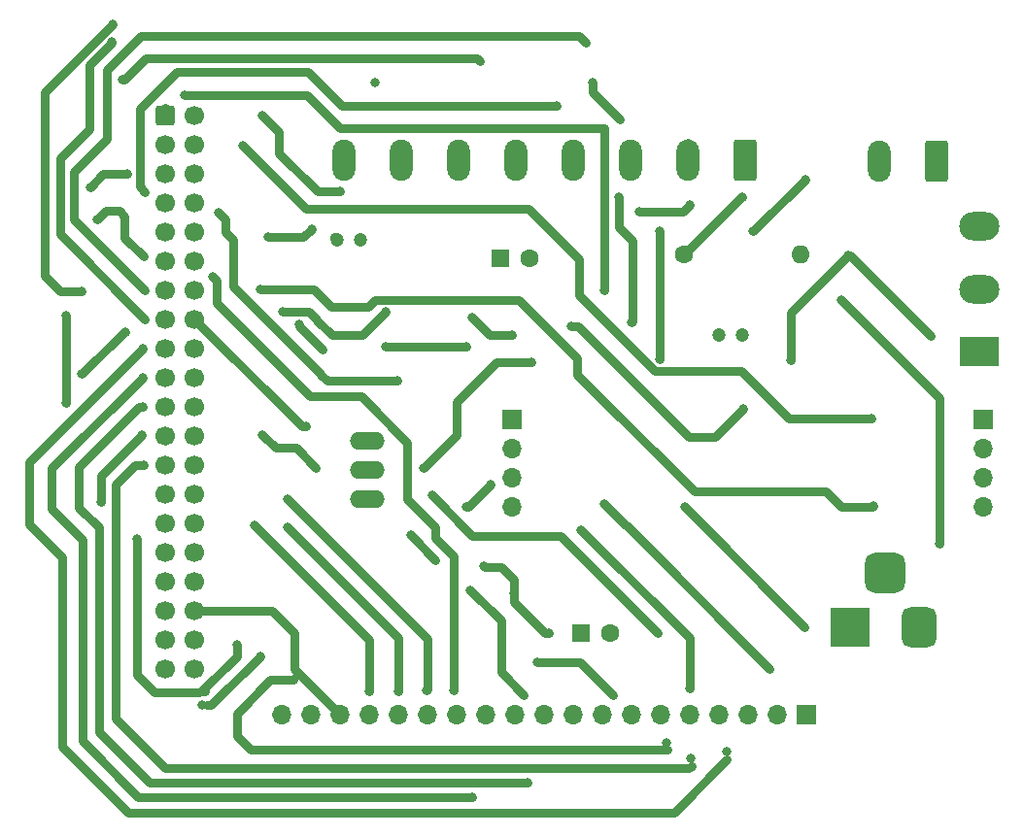
<source format=gbr>
%TF.GenerationSoftware,KiCad,Pcbnew,(6.0.7)*%
%TF.CreationDate,2022-12-06T18:26:58-03:00*%
%TF.ProjectId,Circuito_impresso,43697263-7569-4746-9f5f-696d70726573,rev?*%
%TF.SameCoordinates,Original*%
%TF.FileFunction,Copper,L1,Top*%
%TF.FilePolarity,Positive*%
%FSLAX46Y46*%
G04 Gerber Fmt 4.6, Leading zero omitted, Abs format (unit mm)*
G04 Created by KiCad (PCBNEW (6.0.7)) date 2022-12-06 18:26:58*
%MOMM*%
%LPD*%
G01*
G04 APERTURE LIST*
G04 Aperture macros list*
%AMRoundRect*
0 Rectangle with rounded corners*
0 $1 Rounding radius*
0 $2 $3 $4 $5 $6 $7 $8 $9 X,Y pos of 4 corners*
0 Add a 4 corners polygon primitive as box body*
4,1,4,$2,$3,$4,$5,$6,$7,$8,$9,$2,$3,0*
0 Add four circle primitives for the rounded corners*
1,1,$1+$1,$2,$3*
1,1,$1+$1,$4,$5*
1,1,$1+$1,$6,$7*
1,1,$1+$1,$8,$9*
0 Add four rect primitives between the rounded corners*
20,1,$1+$1,$2,$3,$4,$5,0*
20,1,$1+$1,$4,$5,$6,$7,0*
20,1,$1+$1,$6,$7,$8,$9,0*
20,1,$1+$1,$8,$9,$2,$3,0*%
G04 Aperture macros list end*
%TA.AperFunction,ComponentPad*%
%ADD10O,3.048000X1.524000*%
%TD*%
%TA.AperFunction,ComponentPad*%
%ADD11R,3.500000X2.500000*%
%TD*%
%TA.AperFunction,ComponentPad*%
%ADD12O,3.500000X2.500000*%
%TD*%
%TA.AperFunction,ComponentPad*%
%ADD13RoundRect,0.250000X0.750000X1.550000X-0.750000X1.550000X-0.750000X-1.550000X0.750000X-1.550000X0*%
%TD*%
%TA.AperFunction,ComponentPad*%
%ADD14O,2.000000X3.600000*%
%TD*%
%TA.AperFunction,ComponentPad*%
%ADD15R,1.600000X1.600000*%
%TD*%
%TA.AperFunction,ComponentPad*%
%ADD16C,1.600000*%
%TD*%
%TA.AperFunction,ComponentPad*%
%ADD17RoundRect,0.250000X-0.600000X-0.600000X0.600000X-0.600000X0.600000X0.600000X-0.600000X0.600000X0*%
%TD*%
%TA.AperFunction,ComponentPad*%
%ADD18C,1.700000*%
%TD*%
%TA.AperFunction,ComponentPad*%
%ADD19C,1.200000*%
%TD*%
%TA.AperFunction,ComponentPad*%
%ADD20R,1.700000X1.700000*%
%TD*%
%TA.AperFunction,ComponentPad*%
%ADD21O,1.700000X1.700000*%
%TD*%
%TA.AperFunction,ComponentPad*%
%ADD22O,1.600000X1.600000*%
%TD*%
%TA.AperFunction,ComponentPad*%
%ADD23R,3.500000X3.500000*%
%TD*%
%TA.AperFunction,ComponentPad*%
%ADD24RoundRect,0.750000X0.750000X1.000000X-0.750000X1.000000X-0.750000X-1.000000X0.750000X-1.000000X0*%
%TD*%
%TA.AperFunction,ComponentPad*%
%ADD25RoundRect,0.875000X0.875000X0.875000X-0.875000X0.875000X-0.875000X-0.875000X0.875000X-0.875000X0*%
%TD*%
%TA.AperFunction,ViaPad*%
%ADD26C,0.800000*%
%TD*%
%TA.AperFunction,Conductor*%
%ADD27C,0.800000*%
%TD*%
G04 APERTURE END LIST*
D10*
%TO.P,U1,1,OUT*%
%TO.N,Net-(C3-Pad1)*%
X129367900Y-94209110D03*
%TO.P,U1,2,GND*%
%TO.N,Net-(C1-Pad2)*%
X129367900Y-96749110D03*
%TO.P,U1,3,IN*%
%TO.N,Net-(C1-Pad1)*%
X129367900Y-99289110D03*
%TD*%
D11*
%TO.P,Q1,1,B*%
%TO.N,Net-(C3-Pad1)*%
X182710000Y-86475000D03*
D12*
%TO.P,Q1,2,C*%
%TO.N,Net-(C1-Pad1)*%
X182710000Y-81000000D03*
%TO.P,Q1,3,E*%
%TO.N,Net-(C4-Pad1)*%
X182710000Y-75525000D03*
%TD*%
D13*
%TO.P,JN4Dba06,1,Pin_1*%
%TO.N,Net-(C4-Pad1)*%
X178990000Y-69850000D03*
D14*
%TO.P,JN4Dba06,2,Pin_2*%
%TO.N,Net-(C1-Pad2)*%
X173990000Y-69850000D03*
%TD*%
D15*
%TO.P,C1,1*%
%TO.N,Net-(C1-Pad1)*%
X148000000Y-111000000D03*
D16*
%TO.P,C1,2*%
%TO.N,Net-(C1-Pad2)*%
X150500000Y-111000000D03*
%TD*%
D17*
%TO.P,J4,1,Pin_1*%
%TO.N,Net-(J1-Pad1)*%
X111760000Y-65880000D03*
D18*
%TO.P,J4,2,Pin_2*%
%TO.N,Net-(C1-Pad1)*%
X114300000Y-65880000D03*
%TO.P,J4,3,Pin_3*%
%TO.N,Net-(J1-Pad5)*%
X111760000Y-68420000D03*
%TO.P,J4,4,Pin_4*%
%TO.N,Net-(J3-Pad1)*%
X114300000Y-68420000D03*
%TO.P,J4,5,Pin_5*%
%TO.N,Net-(J1-Pad6)*%
X111760000Y-70960000D03*
%TO.P,J4,6,Pin_6*%
%TO.N,Net-(C1-Pad2)*%
X114300000Y-70960000D03*
%TO.P,J4,7,Pin_7*%
%TO.N,Net-(J1-Pad7)*%
X111760000Y-73500000D03*
%TO.P,J4,8,Pin_8*%
%TO.N,Net-(J2-Pad4)*%
X114300000Y-73500000D03*
%TO.P,J4,9,Pin_9*%
%TO.N,Net-(J1-Pad2)*%
X111760000Y-76040000D03*
%TO.P,J4,10,Pin_10*%
%TO.N,Net-(J2-Pad1)*%
X114300000Y-76040000D03*
%TO.P,J4,11,Pin_11*%
%TO.N,Net-(J4-Pad11)*%
X111760000Y-78580000D03*
%TO.P,J4,12,Pin_12*%
%TO.N,Net-(J1-Pad13)*%
X114300000Y-78580000D03*
%TO.P,J4,13,Pin_13*%
%TO.N,Net-(J4-Pad13)*%
X111760000Y-81120000D03*
%TO.P,J4,14,Pin_14*%
%TO.N,Net-(J3-Pad4)*%
X114300000Y-81120000D03*
%TO.P,J4,15,Pin_15*%
%TO.N,Net-(J4-Pad15)*%
X111760000Y-83660000D03*
%TO.P,J4,16,Pin_16*%
%TO.N,Net-(J4-Pad16)*%
X114300000Y-83660000D03*
%TO.P,J4,17,Pin_17*%
%TO.N,Net-(J1-Pad3)*%
X111760000Y-86200000D03*
%TO.P,J4,18,Pin_18*%
%TO.N,Net-(J4-Pad18)*%
X114300000Y-86200000D03*
%TO.P,J4,19,Pin_19*%
%TO.N,Net-(J1-Pad9)*%
X111760000Y-88740000D03*
%TO.P,J4,20,Pin_20*%
%TO.N,unconnected-(J4-Pad20)*%
X114300000Y-88740000D03*
%TO.P,J4,21,Pin_21*%
%TO.N,Net-(J1-Pad8)*%
X111760000Y-91280000D03*
%TO.P,J4,22,Pin_22*%
%TO.N,Net-(J1-Pad14)*%
X114300000Y-91280000D03*
%TO.P,J4,23,Pin_23*%
%TO.N,Net-(J1-Pad10)*%
X111760000Y-93820000D03*
%TO.P,J4,24,Pin_24*%
%TO.N,Net-(J1-Pad15)*%
X114300000Y-93820000D03*
%TO.P,J4,25,Pin_25*%
%TO.N,Net-(J1-Pad4)*%
X111760000Y-96360000D03*
%TO.P,J4,26,Pin_26*%
%TO.N,Net-(J1-Pad16)*%
X114300000Y-96360000D03*
%TO.P,J4,27,Pin_27*%
%TO.N,unconnected-(J4-Pad27)*%
X111760000Y-98900000D03*
%TO.P,J4,28,Pin_28*%
%TO.N,unconnected-(J4-Pad28)*%
X114300000Y-98900000D03*
%TO.P,J4,29,Pin_29*%
%TO.N,Net-(J4-Pad29)*%
X111760000Y-101440000D03*
%TO.P,J4,30,Pin_30*%
%TO.N,unconnected-(J4-Pad30)*%
X114300000Y-101440000D03*
%TO.P,J4,31,Pin_31*%
%TO.N,Net-(J4-Pad31)*%
X111760000Y-103980000D03*
%TO.P,J4,32,Pin_32*%
%TO.N,Net-(J2-Pad2)*%
X114300000Y-103980000D03*
%TO.P,J4,33,Pin_33*%
%TO.N,Net-(J1-Pad11)*%
X111760000Y-106520000D03*
%TO.P,J4,34,Pin_34*%
%TO.N,unconnected-(J4-Pad34)*%
X114300000Y-106520000D03*
%TO.P,J4,35,Pin_35*%
%TO.N,Net-(J1-Pad12)*%
X111760000Y-109060000D03*
%TO.P,J4,36,Pin_36*%
%TO.N,Net-(J1-Pad17)*%
X114300000Y-109060000D03*
%TO.P,J4,37,Pin_37*%
%TO.N,Net-(J4-Pad37)*%
X111760000Y-111600000D03*
%TO.P,J4,38,Pin_38*%
%TO.N,Net-(J1-Pad18)*%
X114300000Y-111600000D03*
%TO.P,J4,39,Pin_39*%
%TO.N,unconnected-(J4-Pad39)*%
X111760000Y-114140000D03*
%TO.P,J4,40,Pin_40*%
%TO.N,Net-(J1-Pad19)*%
X114300000Y-114140000D03*
%TD*%
D15*
%TO.P,C4,1*%
%TO.N,Net-(C4-Pad1)*%
X140970000Y-78320000D03*
D16*
%TO.P,C4,2*%
%TO.N,Net-(C1-Pad2)*%
X143470000Y-78320000D03*
%TD*%
D19*
%TO.P,C2,1*%
%TO.N,Net-(C1-Pad1)*%
X128722600Y-76750000D03*
%TO.P,C2,2*%
%TO.N,Net-(C1-Pad2)*%
X126722600Y-76750000D03*
%TD*%
D20*
%TO.P,J3,1,Pin_1*%
%TO.N,Net-(J3-Pad1)*%
X183000000Y-92380000D03*
D21*
%TO.P,J3,2,Pin_2*%
%TO.N,unconnected-(J3-Pad2)*%
X183000000Y-94920000D03*
%TO.P,J3,3,Pin_3*%
%TO.N,unconnected-(J3-Pad3)*%
X183000000Y-97460000D03*
%TO.P,J3,4,Pin_4*%
%TO.N,Net-(J3-Pad4)*%
X183000000Y-100000000D03*
%TD*%
D20*
%TO.P,J1,1,Pin_1*%
%TO.N,Net-(J1-Pad1)*%
X167630000Y-118135000D03*
D21*
%TO.P,J1,2,Pin_2*%
%TO.N,Net-(J1-Pad2)*%
X165090000Y-118135000D03*
%TO.P,J1,3,Pin_3*%
%TO.N,Net-(J1-Pad3)*%
X162550000Y-118135000D03*
%TO.P,J1,4,Pin_4*%
%TO.N,Net-(J1-Pad4)*%
X160010000Y-118135000D03*
%TO.P,J1,5,Pin_5*%
%TO.N,Net-(J1-Pad5)*%
X157470000Y-118135000D03*
%TO.P,J1,6,Pin_6*%
%TO.N,Net-(J1-Pad6)*%
X154930000Y-118135000D03*
%TO.P,J1,7,Pin_7*%
%TO.N,Net-(J1-Pad7)*%
X152390000Y-118135000D03*
%TO.P,J1,8,Pin_8*%
%TO.N,Net-(J1-Pad8)*%
X149850000Y-118135000D03*
%TO.P,J1,9,Pin_9*%
%TO.N,Net-(J1-Pad9)*%
X147310000Y-118135000D03*
%TO.P,J1,10,Pin_10*%
%TO.N,Net-(J1-Pad10)*%
X144770000Y-118135000D03*
%TO.P,J1,11,Pin_11*%
%TO.N,Net-(J1-Pad11)*%
X142230000Y-118135000D03*
%TO.P,J1,12,Pin_12*%
%TO.N,Net-(J1-Pad12)*%
X139690000Y-118135000D03*
%TO.P,J1,13,Pin_13*%
%TO.N,Net-(J1-Pad13)*%
X137150000Y-118135000D03*
%TO.P,J1,14,Pin_14*%
%TO.N,Net-(J1-Pad14)*%
X134610000Y-118135000D03*
%TO.P,J1,15,Pin_15*%
%TO.N,Net-(J1-Pad15)*%
X132070000Y-118135000D03*
%TO.P,J1,16,Pin_16*%
%TO.N,Net-(J1-Pad16)*%
X129530000Y-118135000D03*
%TO.P,J1,17,Pin_17*%
%TO.N,Net-(J1-Pad17)*%
X126990000Y-118135000D03*
%TO.P,J1,18,Pin_18*%
%TO.N,Net-(J1-Pad18)*%
X124450000Y-118135000D03*
%TO.P,J1,19,Pin_19*%
%TO.N,Net-(J1-Pad19)*%
X121910000Y-118135000D03*
%TD*%
D13*
%TO.P,JIO-1,1,Pin_1*%
%TO.N,Net-(J4-Pad11)*%
X162280000Y-69817500D03*
D14*
%TO.P,JIO-1,2,Pin_2*%
%TO.N,Net-(J4-Pad13)*%
X157280000Y-69817500D03*
%TO.P,JIO-1,3,Pin_3*%
%TO.N,Net-(J4-Pad15)*%
X152280000Y-69817500D03*
%TO.P,JIO-1,4,Pin_4*%
%TO.N,Net-(J4-Pad29)*%
X147280000Y-69817500D03*
%TO.P,JIO-1,5,Pin_5*%
%TO.N,Net-(J4-Pad31)*%
X142280000Y-69817500D03*
%TO.P,JIO-1,6,Pin_6*%
%TO.N,Net-(J4-Pad37)*%
X137280000Y-69817500D03*
%TO.P,JIO-1,7,Pin_7*%
%TO.N,Net-(J4-Pad16)*%
X132280000Y-69817500D03*
%TO.P,JIO-1,8,Pin_8*%
%TO.N,Net-(J4-Pad18)*%
X127280000Y-69817500D03*
%TD*%
D16*
%TO.P,R1,1*%
%TO.N,Net-(C4-Pad1)*%
X156920000Y-78000000D03*
D22*
%TO.P,R1,2*%
%TO.N,Net-(C3-Pad1)*%
X167080000Y-78000000D03*
%TD*%
D19*
%TO.P,C3,1*%
%TO.N,Net-(C3-Pad1)*%
X162000000Y-85000000D03*
%TO.P,C3,2*%
%TO.N,Net-(C1-Pad2)*%
X160000000Y-85000000D03*
%TD*%
D23*
%TO.P,JV1,1,Pin_1*%
%TO.N,Net-(C4-Pad1)*%
X171450000Y-110490000D03*
D24*
%TO.P,JV1,2,Pin_2*%
%TO.N,Net-(C1-Pad2)*%
X177450000Y-110490000D03*
D25*
%TO.P,JV1,3*%
%TO.N,N/C*%
X174450000Y-105790000D03*
%TD*%
D20*
%TO.P,J2,1,Pin_1*%
%TO.N,Net-(J2-Pad1)*%
X142000000Y-92380000D03*
D21*
%TO.P,J2,2,Pin_2*%
%TO.N,Net-(J2-Pad2)*%
X142000000Y-94920000D03*
%TO.P,J2,3,Pin_3*%
X142000000Y-97460000D03*
%TO.P,J2,4,Pin_4*%
%TO.N,Net-(J2-Pad4)*%
X142000000Y-100000000D03*
%TD*%
D26*
%TO.N,Net-(C4-Pad1)*%
X162000000Y-73000000D03*
X142000000Y-85000000D03*
X157000000Y-100000000D03*
X167450000Y-110475000D03*
X138500000Y-83500000D03*
%TO.N,Net-(C3-Pad1)*%
X143650000Y-87350000D03*
X162100000Y-91450000D03*
X171225000Y-78075000D03*
X178450000Y-85125000D03*
X166250000Y-87250000D03*
X134250000Y-96600000D03*
X147175000Y-84250000D03*
%TO.N,Net-(C1-Pad1)*%
X133150000Y-102500000D03*
X142100000Y-107550000D03*
X120205000Y-65880000D03*
X145175000Y-111050000D03*
X135275000Y-104625000D03*
X139550000Y-105200000D03*
X127000000Y-72500000D03*
%TO.N,Net-(J1-Pad1)*%
X149975000Y-81150000D03*
X113400000Y-64125000D03*
X164425000Y-114100000D03*
X149975000Y-99725000D03*
%TO.N,Net-(J1-Pad2)*%
X108300000Y-84725000D03*
X155445000Y-120540000D03*
X104475000Y-88425000D03*
X122915201Y-115084799D03*
%TO.N,Net-(J1-Pad3)*%
X109800000Y-86200000D03*
X160670000Y-121365000D03*
%TO.N,Net-(J1-Pad4)*%
X109875000Y-96350000D03*
X157570000Y-121940000D03*
%TO.N,Net-(J1-Pad5)*%
X130000000Y-63000000D03*
X148000000Y-102000000D03*
X157500000Y-115850000D03*
%TO.N,Net-(J1-Pad6)*%
X103100000Y-90975000D03*
X105200000Y-72125000D03*
X108425000Y-70975000D03*
X103100000Y-83325000D03*
%TO.N,Net-(J1-Pad7)*%
X150800000Y-116425000D03*
X144150000Y-113550000D03*
X145875000Y-65000000D03*
X154850000Y-75925000D03*
X110000000Y-72550000D03*
X154850000Y-87150000D03*
%TO.N,Net-(J1-Pad8)*%
X109825000Y-91275000D03*
X143300000Y-124075000D03*
%TO.N,Net-(J1-Pad9)*%
X138525000Y-125300000D03*
X109800000Y-88700000D03*
%TO.N,Net-(J1-Pad10)*%
X118000000Y-112000000D03*
X109250000Y-102775000D03*
X109675000Y-93725000D03*
X138325000Y-107275000D03*
X106125000Y-99575000D03*
X143025000Y-116425000D03*
%TO.N,Net-(J1-Pad13)*%
X115875000Y-79925000D03*
X136925000Y-116025000D03*
%TO.N,Net-(J1-Pad14)*%
X122450000Y-99325000D03*
X134525000Y-116025000D03*
X122450000Y-99325000D03*
%TO.N,Net-(J1-Pad15)*%
X122450000Y-101775000D03*
X132050000Y-116125000D03*
%TO.N,Net-(J1-Pad16)*%
X129550000Y-116075000D03*
X119525000Y-101575000D03*
%TO.N,Net-(J2-Pad1)*%
X131000000Y-83000000D03*
X122000000Y-83000000D03*
%TO.N,Net-(J2-Pad2)*%
X138000000Y-100000000D03*
X140100000Y-98050000D03*
X142000000Y-97460000D03*
%TO.N,Net-(J2-Pad4)*%
X116400000Y-74375000D03*
X132000000Y-89000000D03*
%TO.N,Net-(J3-Pad1)*%
X118475000Y-68475000D03*
X173275000Y-92300000D03*
%TO.N,Net-(J3-Pad4)*%
X120000000Y-81000000D03*
X173450000Y-99925000D03*
%TO.N,Net-(J4-Pad11)*%
X109850000Y-78200000D03*
X105800500Y-74975000D03*
X107175000Y-57900000D03*
X104450000Y-81225000D03*
%TO.N,Net-(J4-Pad13)*%
X109975000Y-81100000D03*
X148425000Y-59500000D03*
%TO.N,Net-(J4-Pad15)*%
X149000000Y-63000000D03*
X107075000Y-59450000D03*
X109975000Y-83650000D03*
X151375000Y-66225000D03*
%TO.N,Net-(J4-Pad29)*%
X139200000Y-61125000D03*
X108025000Y-62775000D03*
%TO.N,Net-(J4-Pad37)*%
X114975000Y-117300000D03*
X120000000Y-113000000D03*
X152350000Y-83950000D03*
X151275000Y-73025000D03*
%TO.N,Net-(J4-Pad16)*%
X138000000Y-86000000D03*
X131000000Y-86000000D03*
X124000000Y-93000000D03*
%TO.N,Net-(C1-Pad2)*%
X154650000Y-111000000D03*
X123400000Y-84100000D03*
X170650000Y-81950000D03*
X120250000Y-93725000D03*
X167500000Y-71475000D03*
X153035000Y-74295000D03*
X157480000Y-73660000D03*
X135000000Y-99000000D03*
X120750000Y-76500000D03*
X179250000Y-103250000D03*
X162985000Y-75990000D03*
X125475000Y-86325000D03*
X124900000Y-96600000D03*
X124500000Y-75750000D03*
%TD*%
D27*
%TO.N,Net-(C4-Pad1)*%
X161920000Y-73000000D02*
X156920000Y-78000000D01*
X167475000Y-110475000D02*
X167450000Y-110475000D01*
X167490000Y-110490000D02*
X167475000Y-110475000D01*
X140000000Y-85000000D02*
X142000000Y-85000000D01*
X167490000Y-110490000D02*
X157000000Y-100000000D01*
X162000000Y-73000000D02*
X161920000Y-73000000D01*
X138500000Y-83500000D02*
X140000000Y-85000000D01*
%TO.N,Net-(C3-Pad1)*%
X140650000Y-87350000D02*
X143650000Y-87350000D01*
X178450000Y-85125000D02*
X171400000Y-78075000D01*
X137125000Y-93725000D02*
X137125000Y-90875000D01*
X147700000Y-84250000D02*
X157375000Y-93925000D01*
X166250000Y-87250000D02*
X166250000Y-83050000D01*
X147175000Y-84250000D02*
X147700000Y-84250000D01*
X166250000Y-83050000D02*
X171225000Y-78075000D01*
X134250000Y-96600000D02*
X137125000Y-93725000D01*
X159625000Y-93925000D02*
X162100000Y-91450000D01*
X171400000Y-78075000D02*
X171225000Y-78075000D01*
X157375000Y-93925000D02*
X159625000Y-93925000D01*
X137125000Y-90875000D02*
X140650000Y-87350000D01*
%TO.N,Net-(C1-Pad1)*%
X142100000Y-106325000D02*
X141025000Y-105250000D01*
X142100000Y-107550000D02*
X142100000Y-106325000D01*
X121650000Y-69150000D02*
X125000000Y-72500000D01*
X125000000Y-72500000D02*
X127000000Y-72500000D01*
X144825000Y-111050000D02*
X145175000Y-111050000D01*
X139600000Y-105250000D02*
X139550000Y-105200000D01*
X141025000Y-105250000D02*
X139600000Y-105250000D01*
X121650000Y-67325000D02*
X120205000Y-65880000D01*
X142100000Y-108325000D02*
X144825000Y-111050000D01*
X135275000Y-104625000D02*
X133150000Y-102500000D01*
X121650000Y-69150000D02*
X121650000Y-67325000D01*
X142100000Y-107550000D02*
X142100000Y-108325000D01*
%TO.N,Net-(J1-Pad1)*%
X149975000Y-81150000D02*
X150000000Y-81125000D01*
X149975000Y-99725000D02*
X151850000Y-101600000D01*
X151925000Y-101600000D02*
X164425000Y-114100000D01*
X150000000Y-67000000D02*
X126952944Y-67000000D01*
X111760000Y-65880000D02*
X111760000Y-65240000D01*
X124077944Y-64125000D02*
X113400000Y-64125000D01*
X126952944Y-67000000D02*
X124077944Y-64125000D01*
X151850000Y-101600000D02*
X151925000Y-101600000D01*
X150000000Y-81125000D02*
X150000000Y-67000000D01*
%TO.N,Net-(J1-Pad2)*%
X122915201Y-115084799D02*
X120915201Y-115084799D01*
X155475000Y-121200000D02*
X119200000Y-121200000D01*
X108175000Y-84725000D02*
X104475000Y-88425000D01*
X118000000Y-120000000D02*
X118000000Y-118000000D01*
X120915201Y-115084799D02*
X118000000Y-118000000D01*
X119200000Y-121200000D02*
X118000000Y-120000000D01*
X108300000Y-84725000D02*
X108175000Y-84725000D01*
%TO.N,Net-(J1-Pad3)*%
X102750000Y-120875000D02*
X108525000Y-126650000D01*
X99875000Y-101550000D02*
X102750000Y-104425000D01*
X108525000Y-126650000D02*
X156075000Y-126650000D01*
X160675000Y-122000000D02*
X160700000Y-122025000D01*
X156075000Y-126650000D02*
X160700000Y-122025000D01*
X99875000Y-96125000D02*
X99875000Y-101550000D01*
X102750000Y-104425000D02*
X102750000Y-120875000D01*
X109800000Y-86200000D02*
X99875000Y-96125000D01*
%TO.N,Net-(J1-Pad4)*%
X109100000Y-96350000D02*
X107400000Y-98050000D01*
X157400000Y-122800000D02*
X157600000Y-122600000D01*
X111750000Y-122800000D02*
X157400000Y-122800000D01*
X109875000Y-96350000D02*
X109100000Y-96350000D01*
X107400000Y-98050000D02*
X107400000Y-118450000D01*
X107400000Y-118450000D02*
X111750000Y-122800000D01*
%TO.N,Net-(J1-Pad5)*%
X157470000Y-111470000D02*
X157470000Y-115820000D01*
X157470000Y-115820000D02*
X157500000Y-115850000D01*
X148000000Y-102000000D02*
X157470000Y-111470000D01*
%TO.N,Net-(J1-Pad6)*%
X106350000Y-70975000D02*
X105200000Y-72125000D01*
X103100000Y-83325000D02*
X103100000Y-90975000D01*
X108425000Y-70975000D02*
X106350000Y-70975000D01*
%TO.N,Net-(J1-Pad7)*%
X112775000Y-62050000D02*
X124175000Y-62050000D01*
X154850000Y-75925000D02*
X154850000Y-87150000D01*
X124175000Y-62050000D02*
X127125000Y-65000000D01*
X109550000Y-72100000D02*
X109550000Y-65275000D01*
X127125000Y-65000000D02*
X145875000Y-65000000D01*
X147925000Y-113550000D02*
X150800000Y-116425000D01*
X109550000Y-65275000D02*
X112775000Y-62050000D01*
X110000000Y-72550000D02*
X109550000Y-72100000D01*
X144150000Y-113550000D02*
X147925000Y-113550000D01*
%TO.N,Net-(J1-Pad8)*%
X105975000Y-119675000D02*
X105975000Y-101800000D01*
X110375000Y-124075000D02*
X105975000Y-119675000D01*
X104225000Y-100050000D02*
X104225000Y-96500000D01*
X109450000Y-91275000D02*
X109825000Y-91275000D01*
X104225000Y-96500000D02*
X109450000Y-91275000D01*
X143300000Y-124075000D02*
X110375000Y-124075000D01*
X105975000Y-101800000D02*
X104225000Y-100050000D01*
%TO.N,Net-(J1-Pad9)*%
X104525000Y-102875000D02*
X101850000Y-100200000D01*
X101850000Y-96650000D02*
X109800000Y-88700000D01*
X104525000Y-120425000D02*
X104525000Y-102875000D01*
X101850000Y-100200000D02*
X101850000Y-96650000D01*
X138525000Y-125300000D02*
X109400000Y-125300000D01*
X109400000Y-125300000D02*
X104525000Y-120425000D01*
%TO.N,Net-(J1-Pad10)*%
X141000000Y-109950000D02*
X141000000Y-114400000D01*
X114700000Y-116200000D02*
X114825000Y-116075000D01*
X109250000Y-102775000D02*
X109250000Y-114625000D01*
X109250000Y-114625000D02*
X110825000Y-116200000D01*
X110825000Y-116200000D02*
X114700000Y-116200000D01*
X138325000Y-107275000D02*
X141000000Y-109950000D01*
X111760000Y-94240000D02*
X111760000Y-93820000D01*
X106125000Y-97275000D02*
X109675000Y-93725000D01*
X141000000Y-114400000D02*
X143025000Y-116425000D01*
X114825000Y-116075000D02*
X115175000Y-116075000D01*
X106125000Y-99575000D02*
X106125000Y-97275000D01*
X118000000Y-112000000D02*
X118000000Y-113000000D01*
X118000000Y-113000000D02*
X115000000Y-116000000D01*
%TO.N,Net-(J1-Pad13)*%
X136900000Y-116000000D02*
X136925000Y-116025000D01*
X116225000Y-82225000D02*
X124375000Y-90375000D01*
X116225000Y-80275000D02*
X116225000Y-82225000D01*
X136900000Y-117885000D02*
X137150000Y-118135000D01*
X115875000Y-79925000D02*
X116225000Y-80275000D01*
X136900000Y-104325000D02*
X136900000Y-116000000D01*
X135275000Y-101800000D02*
X135275000Y-102700000D01*
X132825000Y-99350000D02*
X135275000Y-101800000D01*
X128825000Y-90375000D02*
X132825000Y-94375000D01*
X124375000Y-90375000D02*
X128825000Y-90375000D01*
X135275000Y-102700000D02*
X136900000Y-104325000D01*
X132825000Y-94375000D02*
X132825000Y-99350000D01*
%TO.N,Net-(J1-Pad14)*%
X134610000Y-111590000D02*
X134610000Y-111485000D01*
X134610000Y-115940000D02*
X134525000Y-116025000D01*
X134610000Y-111590000D02*
X134610000Y-115940000D01*
X134610000Y-111485000D02*
X122450000Y-99325000D01*
%TO.N,Net-(J1-Pad15)*%
X122450000Y-101775000D02*
X132070000Y-111395000D01*
X132050000Y-116125000D02*
X132050000Y-111415000D01*
X132050000Y-111415000D02*
X132070000Y-111395000D01*
%TO.N,Net-(J1-Pad16)*%
X129530000Y-116055000D02*
X129550000Y-116075000D01*
X129530000Y-111590000D02*
X119525000Y-101585000D01*
X119525000Y-101585000D02*
X119525000Y-101575000D01*
X129530000Y-111590000D02*
X129530000Y-116055000D01*
%TO.N,Net-(J1-Pad17)*%
X123000000Y-111000000D02*
X121060000Y-109060000D01*
X121060000Y-109060000D02*
X114300000Y-109060000D01*
X123000000Y-114145000D02*
X123000000Y-111000000D01*
X126990000Y-118135000D02*
X123000000Y-114145000D01*
%TO.N,Net-(J2-Pad1)*%
X131000000Y-83000000D02*
X128950000Y-85050000D01*
X124950000Y-83700000D02*
X124250000Y-83000000D01*
X124250000Y-83000000D02*
X122000000Y-83000000D01*
X124950000Y-83725000D02*
X124950000Y-83700000D01*
X126275000Y-85050000D02*
X124950000Y-83725000D01*
X128950000Y-85050000D02*
X126275000Y-85050000D01*
%TO.N,Net-(J2-Pad2)*%
X138000000Y-100000000D02*
X138150000Y-100000000D01*
X138150000Y-100000000D02*
X140100000Y-98050000D01*
%TO.N,Net-(J2-Pad4)*%
X125325000Y-88475000D02*
X125850000Y-89000000D01*
X125850000Y-89000000D02*
X132000000Y-89000000D01*
X125325000Y-88425000D02*
X125325000Y-88475000D01*
X117000000Y-74975000D02*
X117000000Y-76075000D01*
X117675000Y-76750000D02*
X117675000Y-80775000D01*
X117675000Y-80775000D02*
X125325000Y-88425000D01*
X117000000Y-76075000D02*
X117675000Y-76750000D01*
X116400000Y-74375000D02*
X117000000Y-74975000D01*
%TO.N,Net-(J3-Pad1)*%
X154435786Y-88150000D02*
X161925000Y-88150000D01*
X124000000Y-74000000D02*
X143450000Y-74000000D01*
X166075000Y-92300000D02*
X173275000Y-92300000D01*
X143450000Y-74000000D02*
X147825000Y-78375000D01*
X147825000Y-81539214D02*
X154435786Y-88150000D01*
X118475000Y-68475000D02*
X124000000Y-74000000D01*
X147825000Y-78375000D02*
X147825000Y-81539214D01*
X161925000Y-88150000D02*
X166075000Y-92300000D01*
%TO.N,Net-(J3-Pad4)*%
X173450000Y-99925000D02*
X173375000Y-100000000D01*
X173375000Y-100000000D02*
X170650000Y-100000000D01*
X147650000Y-88475000D02*
X147600000Y-88475000D01*
X170650000Y-100000000D02*
X169325000Y-98675000D01*
X126225000Y-82550000D02*
X124675000Y-81000000D01*
X124675000Y-81000000D02*
X120000000Y-81000000D01*
X129475000Y-82550000D02*
X126225000Y-82550000D01*
X147600000Y-87075000D02*
X142525000Y-82000000D01*
X142525000Y-82000000D02*
X130025000Y-82000000D01*
X169325000Y-98675000D02*
X157850000Y-98675000D01*
X147600000Y-88475000D02*
X147600000Y-87075000D01*
X130025000Y-82000000D02*
X129475000Y-82550000D01*
X157850000Y-98675000D02*
X147650000Y-88475000D01*
%TO.N,Net-(J4-Pad11)*%
X108175000Y-74650000D02*
X108175000Y-76525000D01*
X105800500Y-74975000D02*
X106575500Y-74200000D01*
X107175000Y-57900000D02*
X101225000Y-63850000D01*
X101225000Y-79850000D02*
X102600000Y-81225000D01*
X102600000Y-81225000D02*
X104450000Y-81225000D01*
X106575500Y-74200000D02*
X107725000Y-74200000D01*
X101225000Y-63850000D02*
X101225000Y-79850000D01*
X162280000Y-69817500D02*
X161817500Y-69817500D01*
X107725000Y-74200000D02*
X108175000Y-74650000D01*
X108175000Y-76525000D02*
X109850000Y-78200000D01*
%TO.N,Net-(J4-Pad13)*%
X106625000Y-61939214D02*
X109639214Y-58925000D01*
X109975000Y-81100000D02*
X103800000Y-74925000D01*
X103800000Y-70775000D02*
X106625000Y-67950000D01*
X147850000Y-58925000D02*
X148425000Y-59500000D01*
X109639214Y-58925000D02*
X147850000Y-58925000D01*
X106625000Y-67950000D02*
X106625000Y-61939214D01*
X157280000Y-69817500D02*
X157280000Y-68280000D01*
X103800000Y-74925000D02*
X103800000Y-70775000D01*
%TO.N,Net-(J4-Pad15)*%
X105150000Y-67050000D02*
X102575000Y-69625000D01*
X107075000Y-59525000D02*
X105150000Y-61450000D01*
X105150000Y-61450000D02*
X105150000Y-67050000D01*
X149000000Y-63000000D02*
X149000000Y-63850000D01*
X102575000Y-76250000D02*
X109975000Y-83650000D01*
X102575000Y-69625000D02*
X102575000Y-76250000D01*
X149000000Y-63850000D02*
X151375000Y-66225000D01*
X107075000Y-59450000D02*
X107075000Y-59525000D01*
%TO.N,Net-(J4-Pad29)*%
X139200000Y-61125000D02*
X138950000Y-60875000D01*
X110050000Y-60875000D02*
X108150000Y-62775000D01*
X108150000Y-62775000D02*
X108025000Y-62775000D01*
X138950000Y-60875000D02*
X110050000Y-60875000D01*
%TO.N,Net-(J4-Pad37)*%
X151275000Y-75600000D02*
X152475000Y-76800000D01*
X151275000Y-73025000D02*
X151275000Y-75600000D01*
X120000000Y-113000000D02*
X115725000Y-117275000D01*
X115725000Y-117275000D02*
X115400000Y-117275000D01*
X152475000Y-76800000D02*
X152475000Y-83825000D01*
X152475000Y-83825000D02*
X152350000Y-83950000D01*
%TO.N,Net-(J4-Pad16)*%
X114300000Y-83660000D02*
X123640000Y-93000000D01*
X123640000Y-93000000D02*
X124000000Y-93000000D01*
X131000000Y-86000000D02*
X138000000Y-86000000D01*
%TO.N,Net-(C1-Pad2)*%
X167500000Y-71475000D02*
X162985000Y-75990000D01*
X121375000Y-94850000D02*
X123150000Y-94850000D01*
X126472600Y-76500000D02*
X126722600Y-76750000D01*
X179250000Y-103250000D02*
X179250000Y-90550000D01*
X153035000Y-74295000D02*
X156845000Y-74295000D01*
X135000000Y-99000000D02*
X138525000Y-102525000D01*
X123400000Y-84100000D02*
X123400000Y-84250000D01*
X120250000Y-93725000D02*
X121375000Y-94850000D01*
X146175000Y-102525000D02*
X154650000Y-111000000D01*
X123150000Y-94850000D02*
X124900000Y-96600000D01*
X123750000Y-76500000D02*
X124500000Y-75750000D01*
X179250000Y-90550000D02*
X170650000Y-81950000D01*
X123400000Y-84250000D02*
X125475000Y-86325000D01*
X120750000Y-76500000D02*
X123750000Y-76500000D01*
X138525000Y-102525000D02*
X146175000Y-102525000D01*
X156845000Y-74295000D02*
X157480000Y-73660000D01*
%TD*%
M02*

</source>
